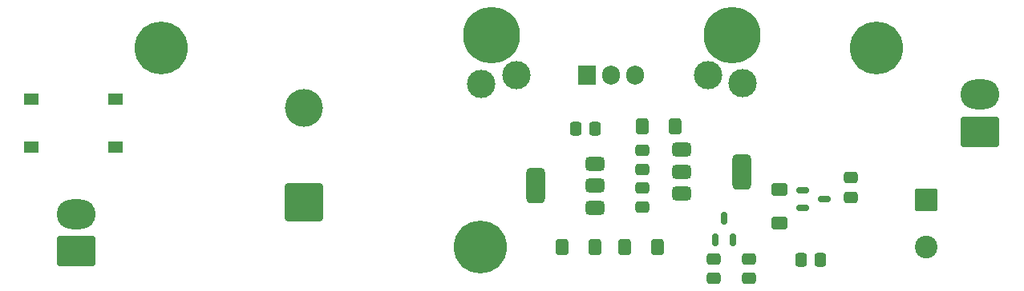
<source format=gbr>
%TF.GenerationSoftware,KiCad,Pcbnew,9.0.5*%
%TF.CreationDate,2025-11-24T13:11:31+01:00*%
%TF.ProjectId,200v psu,32303076-2070-4737-952e-6b696361645f,rev?*%
%TF.SameCoordinates,Original*%
%TF.FileFunction,Soldermask,Top*%
%TF.FilePolarity,Negative*%
%FSLAX46Y46*%
G04 Gerber Fmt 4.6, Leading zero omitted, Abs format (unit mm)*
G04 Created by KiCad (PCBNEW 9.0.5) date 2025-11-24 13:11:31*
%MOMM*%
%LPD*%
G01*
G04 APERTURE LIST*
G04 Aperture macros list*
%AMRoundRect*
0 Rectangle with rounded corners*
0 $1 Rounding radius*
0 $2 $3 $4 $5 $6 $7 $8 $9 X,Y pos of 4 corners*
0 Add a 4 corners polygon primitive as box body*
4,1,4,$2,$3,$4,$5,$6,$7,$8,$9,$2,$3,0*
0 Add four circle primitives for the rounded corners*
1,1,$1+$1,$2,$3*
1,1,$1+$1,$4,$5*
1,1,$1+$1,$6,$7*
1,1,$1+$1,$8,$9*
0 Add four rect primitives between the rounded corners*
20,1,$1+$1,$2,$3,$4,$5,0*
20,1,$1+$1,$4,$5,$6,$7,0*
20,1,$1+$1,$6,$7,$8,$9,0*
20,1,$1+$1,$8,$9,$2,$3,0*%
G04 Aperture macros list end*
%ADD10C,5.600000*%
%ADD11RoundRect,0.250000X1.750000X-1.750000X1.750000X1.750000X-1.750000X1.750000X-1.750000X-1.750000X0*%
%ADD12C,4.000000*%
%ADD13RoundRect,0.250000X-0.475000X0.337500X-0.475000X-0.337500X0.475000X-0.337500X0.475000X0.337500X0*%
%ADD14RoundRect,0.375000X-0.625000X-0.375000X0.625000X-0.375000X0.625000X0.375000X-0.625000X0.375000X0*%
%ADD15RoundRect,0.500000X-0.500000X-1.400000X0.500000X-1.400000X0.500000X1.400000X-0.500000X1.400000X0*%
%ADD16C,3.000000*%
%ADD17RoundRect,0.250000X-0.400000X-0.600000X0.400000X-0.600000X0.400000X0.600000X-0.400000X0.600000X0*%
%ADD18RoundRect,0.250000X0.475000X-0.337500X0.475000X0.337500X-0.475000X0.337500X-0.475000X-0.337500X0*%
%ADD19RoundRect,0.250000X1.800000X-1.330000X1.800000X1.330000X-1.800000X1.330000X-1.800000X-1.330000X0*%
%ADD20O,4.100000X3.160000*%
%ADD21RoundRect,0.250000X0.400000X0.600000X-0.400000X0.600000X-0.400000X-0.600000X0.400000X-0.600000X0*%
%ADD22R,1.905000X2.000000*%
%ADD23O,1.905000X2.000000*%
%ADD24RoundRect,0.250000X-0.600000X0.400000X-0.600000X-0.400000X0.600000X-0.400000X0.600000X0.400000X0*%
%ADD25RoundRect,0.250000X0.337500X0.475000X-0.337500X0.475000X-0.337500X-0.475000X0.337500X-0.475000X0*%
%ADD26RoundRect,0.250001X-0.949999X0.949999X-0.949999X-0.949999X0.949999X-0.949999X0.949999X0.949999X0*%
%ADD27C,2.400000*%
%ADD28C,6.000000*%
%ADD29RoundRect,0.150000X-0.512500X-0.150000X0.512500X-0.150000X0.512500X0.150000X-0.512500X0.150000X0*%
%ADD30R,1.500000X1.300000*%
%ADD31RoundRect,0.250000X-0.337500X-0.475000X0.337500X-0.475000X0.337500X0.475000X-0.337500X0.475000X0*%
%ADD32RoundRect,0.375000X0.625000X0.375000X-0.625000X0.375000X-0.625000X-0.375000X0.625000X-0.375000X0*%
%ADD33RoundRect,0.500000X0.500000X1.400000X-0.500000X1.400000X-0.500000X-1.400000X0.500000X-1.400000X0*%
%ADD34RoundRect,0.150000X0.150000X-0.512500X0.150000X0.512500X-0.150000X0.512500X-0.150000X-0.512500X0*%
G04 APERTURE END LIST*
D10*
%TO.C,H3*%
X213570000Y-54550000D03*
%TD*%
%TO.C,H2*%
X138050000Y-54550000D03*
%TD*%
%TO.C,H1*%
X171760000Y-75670000D03*
%TD*%
D11*
%TO.C,C2*%
X153190000Y-70907935D03*
D12*
X153190000Y-60907935D03*
%TD*%
D13*
%TO.C,R6*%
X200130000Y-76912500D03*
X200130000Y-78987500D03*
%TD*%
D14*
%TO.C,Q2*%
X193070000Y-65357500D03*
X193070000Y-67657500D03*
D15*
X199370000Y-67657500D03*
D14*
X193070000Y-69957500D03*
%TD*%
D16*
%TO.C,H5*%
X171830000Y-58350000D03*
%TD*%
%TO.C,H6*%
X175610000Y-57460000D03*
%TD*%
D17*
%TO.C,D3*%
X188842500Y-62860000D03*
X192342500Y-62860000D03*
%TD*%
D16*
%TO.C,H8*%
X195800000Y-57420000D03*
%TD*%
D13*
%TO.C,R4*%
X188870000Y-65372500D03*
X188870000Y-67447500D03*
%TD*%
D18*
%TO.C,R3*%
X210870000Y-70365000D03*
X210870000Y-68290000D03*
%TD*%
D16*
%TO.C,H7*%
X199430000Y-58260000D03*
%TD*%
D19*
%TO.C,J2*%
X224565000Y-63450000D03*
D20*
X224565000Y-59490000D03*
%TD*%
D21*
%TO.C,D2*%
X183900000Y-75660000D03*
X180400000Y-75660000D03*
%TD*%
D22*
%TO.C,U1*%
X183020000Y-57480000D03*
D23*
X185560000Y-57480000D03*
X188100000Y-57480000D03*
%TD*%
D24*
%TO.C,D4*%
X203370000Y-69592500D03*
X203370000Y-73092500D03*
%TD*%
D25*
%TO.C,RVset1*%
X207687500Y-76970000D03*
X205612500Y-76970000D03*
%TD*%
D21*
%TO.C,D1*%
X190527500Y-75660000D03*
X187027500Y-75660000D03*
%TD*%
D13*
%TO.C,R2*%
X188870000Y-69382500D03*
X188870000Y-71457500D03*
%TD*%
D26*
%TO.C,C1*%
X218840000Y-70680000D03*
D27*
X218840000Y-75680000D03*
%TD*%
D28*
%TO.C,HS1*%
X172960000Y-53230000D03*
X198360000Y-53230000D03*
%TD*%
D19*
%TO.C,J1*%
X129130000Y-76100000D03*
D20*
X129130000Y-72140000D03*
%TD*%
D29*
%TO.C,U2*%
X205790000Y-69600000D03*
X205790000Y-71500000D03*
X208065000Y-70550000D03*
%TD*%
D30*
%TO.C,D5*%
X133290000Y-65070000D03*
X133290000Y-59970000D03*
X124390000Y-59970000D03*
X124390000Y-65070000D03*
%TD*%
D31*
%TO.C,R1*%
X181820000Y-63152500D03*
X183895000Y-63152500D03*
%TD*%
D13*
%TO.C,R5*%
X196440000Y-76892500D03*
X196440000Y-78967500D03*
%TD*%
D32*
%TO.C,Q1*%
X183897500Y-71472500D03*
X183897500Y-69172500D03*
D33*
X177597500Y-69172500D03*
D32*
X183897500Y-66872500D03*
%TD*%
D34*
%TO.C,U3*%
X196560000Y-74917500D03*
X198460000Y-74917500D03*
X197510000Y-72642500D03*
%TD*%
M02*

</source>
